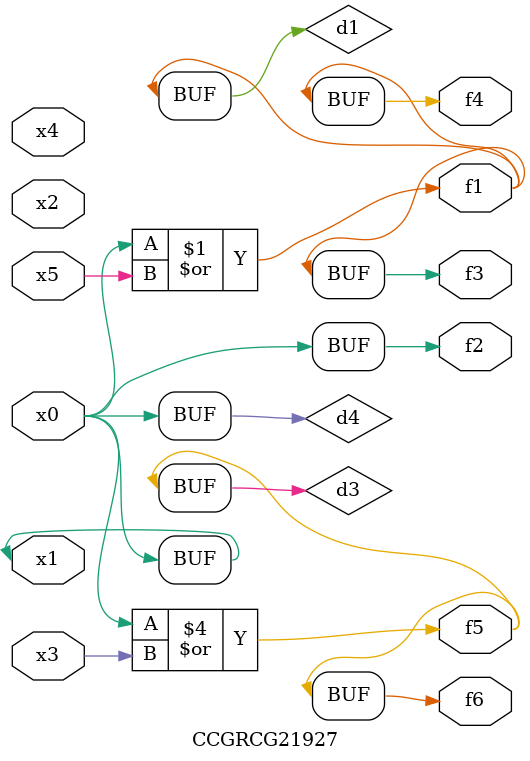
<source format=v>
module CCGRCG21927(
	input x0, x1, x2, x3, x4, x5,
	output f1, f2, f3, f4, f5, f6
);

	wire d1, d2, d3, d4;

	or (d1, x0, x5);
	xnor (d2, x1, x4);
	or (d3, x0, x3);
	buf (d4, x0, x1);
	assign f1 = d1;
	assign f2 = d4;
	assign f3 = d1;
	assign f4 = d1;
	assign f5 = d3;
	assign f6 = d3;
endmodule

</source>
